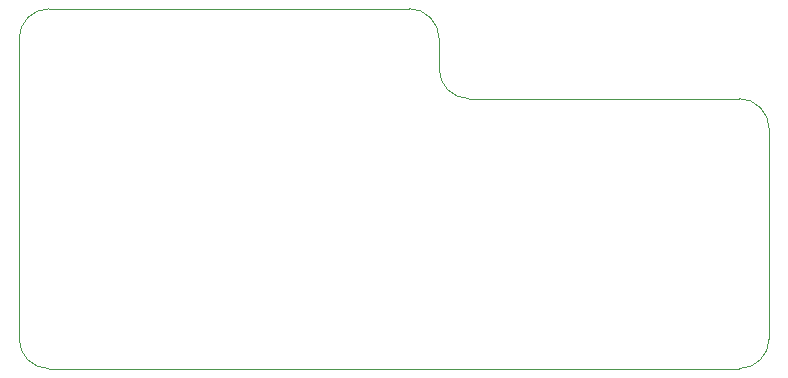
<source format=gbr>
G04 #@! TF.GenerationSoftware,KiCad,Pcbnew,(5.1.8-0-10_14)*
G04 #@! TF.CreationDate,2020-12-18T18:08:01+11:00*
G04 #@! TF.ProjectId,WS2812B_Controller_Board,57533238-3132-4425-9f43-6f6e74726f6c,rev?*
G04 #@! TF.SameCoordinates,Original*
G04 #@! TF.FileFunction,Profile,NP*
%FSLAX46Y46*%
G04 Gerber Fmt 4.6, Leading zero omitted, Abs format (unit mm)*
G04 Created by KiCad (PCBNEW (5.1.8-0-10_14)) date 2020-12-18 18:08:01*
%MOMM*%
%LPD*%
G01*
G04 APERTURE LIST*
G04 #@! TA.AperFunction,Profile*
%ADD10C,0.050000*%
G04 #@! TD*
G04 APERTURE END LIST*
D10*
X146812000Y-78740000D02*
X146812000Y-81280000D01*
X144272000Y-76200000D02*
G75*
G02*
X146812000Y-78740000I0J-2540000D01*
G01*
X149352000Y-83820000D02*
G75*
G02*
X146812000Y-81280000I0J2540000D01*
G01*
X111252000Y-78740000D02*
G75*
G02*
X113792000Y-76200000I2540000J0D01*
G01*
X111252000Y-78740000D02*
X111252000Y-89662000D01*
X123952000Y-76200000D02*
X113792000Y-76200000D01*
X144272000Y-76200000D02*
X123952000Y-76200000D01*
X113792000Y-106680000D02*
G75*
G02*
X111252000Y-104140000I0J2540000D01*
G01*
X174752000Y-104140000D02*
G75*
G02*
X172212000Y-106680000I-2540000J0D01*
G01*
X172212000Y-83820000D02*
G75*
G02*
X174752000Y-86360000I0J-2540000D01*
G01*
X149352000Y-83820000D02*
X162052000Y-83820000D01*
X172212000Y-83820000D02*
X162052000Y-83820000D01*
X174752000Y-104140000D02*
X174752000Y-86360000D01*
X113792000Y-106680000D02*
X172212000Y-106680000D01*
X111252000Y-89662000D02*
X111252000Y-104140000D01*
M02*

</source>
